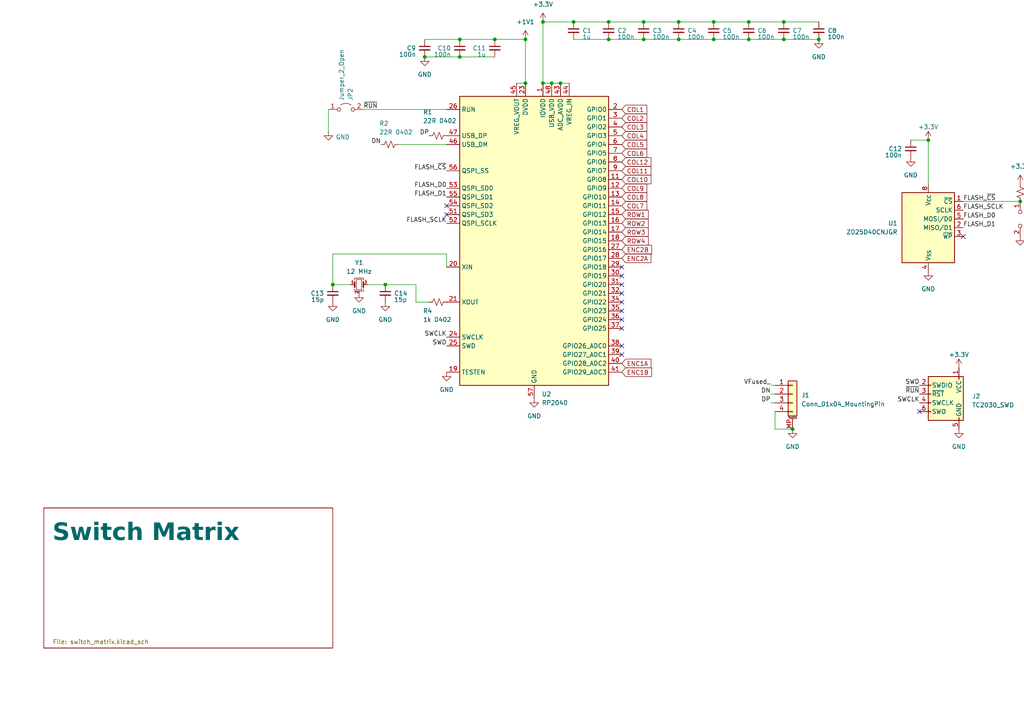
<source format=kicad_sch>
(kicad_sch (version 20230819) (generator eeschema)
  (paper "A4")
  (lib_symbols
    (symbol "+3.3V_1" (power) (pin_names (offset 0))
      (property "Value" "+3.3V" (at 0 3.556 0))
      (symbol "+3.3V_1_0_1"
        (polyline (pts (xy -0.762 1.27) (xy 0 2.54)))
        (polyline (pts (xy 0 0) (xy 0 2.54)))
        (polyline (pts (xy 0 2.54) (xy 0.762 1.27)))
      )
      (symbol "+3.3V_1_1_1"
        (pin power_in line (at 0 0 90) (length 0) hide (name "+3.3V") (number "1"))
      )
    )
    (symbol "Connector_Generic_MountingPin:Conn_01x04_MountingPin" (pin_names (offset 1.016) hide)
      (property "Reference" "J" (at 0 5.08 0))
      (property "Value" "Conn_01x04_MountingPin" (at 1.27 -7.62 0))
      (symbol "Conn_01x04_MountingPin_1_1"
        (rectangle (start -1.27 -4.953) (end 0 -5.207) (stroke (width 0.1524)))
        (rectangle (start -1.27 -2.413) (end 0 -2.667) (stroke (width 0.1524)))
        (rectangle (start -1.27 0.127) (end 0 -0.127) (stroke (width 0.1524)))
        (rectangle (start -1.27 2.667) (end 0 2.413) (stroke (width 0.1524)))
        (rectangle (start -1.27 3.81) (end 1.27 -6.35) (stroke (width 0.254)) (fill (type background)))
        (polyline (pts (xy -1.016 -7.112) (xy 1.016 -7.112)) (stroke (width 0.1524)))
        (text "Mounting" (at 0 -6.731 0) (effects (font (size 0.381 0.381))))
        (pin passive line (at -5.08 2.54 0) (length 3.81) (name "Pin_1") (number "1"))
        (pin passive line (at -5.08 0 0) (length 3.81) (name "Pin_2") (number "2"))
        (pin passive line (at -5.08 -2.54 0) (length 3.81) (name "Pin_3") (number "3"))
        (pin passive line (at -5.08 -5.08 0) (length 3.81) (name "Pin_4") (number "4"))
        (pin passive line (at 0 -10.16 90) (length 3.048) (name "MountPin") (number "MP"))
      )
    )
    (symbol "Device:C_Small" (pin_numbers hide) (pin_names (offset 0.254) hide)
      (property "Reference" "C" (at 0.254 1.778 0))
      (property "Value" "C_Small" (at 0.254 -2.032 0))
      (symbol "C_Small_0_1"
        (polyline (pts (xy -1.524 -0.508) (xy 1.524 -0.508)) (stroke (width 0.3302)))
        (polyline (pts (xy -1.524 0.508) (xy 1.524 0.508)) (stroke (width 0.3048)))
      )
      (symbol "C_Small_1_1"
        (pin passive line (at 0 2.54 270) (length 2.032) (name "~") (number "1"))
        (pin passive line (at 0 -2.54 90) (length 2.032) (name "~") (number "2"))
      )
    )
    (symbol "Device:R_Small_US" (pin_numbers hide) (pin_names (offset 0.254) hide)
      (property "Reference" "R" (at 0.762 0.508 0))
      (property "Value" "R_Small_US" (at 0.762 -1.016 0))
      (symbol "R_Small_US_1_1"
        (polyline (pts (xy 0 0) (xy 1.016 -0.381) (xy 0 -0.762) (xy -1.016 -1.143) (xy 0 -1.524)))
        (polyline (pts (xy 0 1.524) (xy 1.016 1.143) (xy 0 0.762) (xy -1.016 0.381) (xy 0 0)))
        (pin passive line (at 0 2.54 270) (length 1.016) (name "~") (number "1"))
        (pin passive line (at 0 -2.54 90) (length 1.016) (name "~") (number "2"))
      )
    )
    (symbol "EasyCrystal:Crystal_GND24_Small_EZ" (pin_names hide)
      (property "Reference" "Y" (at 0 7.62 0))
      (property "Value" "Crystal_GND24_Small_EZ" (at 0 5.08 0))
      (symbol "Crystal_GND24_Small_EZ_0_1"
        (rectangle (start -0.762 1.524) (end 0.762 -1.524))
        (polyline (pts (xy -1.27 -0.762) (xy -1.27 0.762)) (stroke (width 0.381)))
        (polyline (pts (xy 1.27 -0.762) (xy 1.27 0.762)) (stroke (width 0.381)))
        (polyline (pts (xy -1.27 -1.27) (xy -1.27 -1.905) (xy 1.27 -1.905) (xy 1.27 -1.27)))
        (polyline (pts (xy -1.27 1.27) (xy -1.27 1.905) (xy 1.27 1.905) (xy 1.27 1.27)))
      )
      (symbol "Crystal_GND24_Small_EZ_1_1"
        (pin passive line (at -2.54 0 0) (length 1.27) (name "1") (number "1"))
        (pin passive line (at 0 -2.54 90) (length 0.635) (name "2") (number "2"))
        (pin passive line (at 2.54 0 180) (length 1.27) (name "3") (number "3"))
        (pin passive line (at 0 -2.54 90) (length 0.635) hide (name "4") (number "4"))
      )
    )
    (symbol "Flash_NOR_SPI:ZD25D40CNJGR"
      (property "Reference" "U" (at -10.16 -10.16 0))
      (property "Value" "ZD25D40CNJGR" (at -10.16 -12.7 0))
      (symbol "ZD25D40CNJGR_0_1"
        (rectangle (start -7.62 10.16) (end 7.62 -10.16) (stroke (width 0.254)) (fill (type background)))
      )
      (symbol "ZD25D40CNJGR_1_1"
        (pin input line (at -10.16 7.62 0) (length 2.54) (name "~{CS}") (number "1"))
        (pin bidirectional line (at -10.16 0 0) (length 2.54) (name "MISO/D1") (number "2"))
        (pin input line (at -10.16 -2.54 0) (length 2.54) (name "~{WP}") (number "3"))
        (pin power_in line (at 0 -12.7 90) (length 2.54) (name "V_{SS}") (number "4"))
        (pin bidirectional line (at -10.16 2.54 0) (length 2.54) (name "MOSI/D0") (number "5"))
        (pin input line (at -10.16 5.08 0) (length 2.54) (name "SCLK") (number "6"))
        (pin no_connect line (at -5.08 -5.08 0) (length 2.54) hide (name "NC") (number "7"))
        (pin power_in line (at 0 12.7 270) (length 2.54) (name "V_{CC}") (number "8"))
        (pin power_in line (at 0 -12.7 90) (length 2.54) hide (name "PAD/V_{SS}") (number "9"))
      )
    )
    (symbol "Jumper:Jumper_2_Open" (pin_names (offset 0) hide)
      (property "Reference" "JP" (at 0 2.794 0))
      (property "Value" "Jumper_2_Open" (at 0 -2.286 0))
      (symbol "Jumper_2_Open_0_0"
        (circle (center -2.032 0) (radius 0.508))
        (circle (center 2.032 0) (radius 0.508))
      )
      (symbol "Jumper_2_Open_0_1"
        (arc (start 1.524 1.27) (mid 0 1.778) (end -1.524 1.27))
      )
      (symbol "Jumper_2_Open_1_1"
        (pin passive line (at -5.08 0 0) (length 2.54) (name "A") (number "1"))
        (pin passive line (at 5.08 0 180) (length 2.54) (name "B") (number "2"))
      )
    )
    (symbol "MCU_RaspberryPi:RP2040"
      (property "Reference" "U" (at 17.78 45.72 0))
      (property "Value" "RP2040" (at 17.78 43.18 0))
      (symbol "RP2040_0_1"
        (rectangle (start -21.59 41.91) (end 21.59 -41.91) (stroke (width 0.254)) (fill (type background)))
      )
      (symbol "RP2040_1_1"
        (pin power_in line (at 2.54 45.72 270) (length 3.81) (name "IOVDD") (number "1"))
        (pin passive line (at 2.54 45.72 270) (length 3.81) hide (name "IOVDD") (number "10"))
        (pin bidirectional line (at 25.4 17.78 180) (length 3.81) (name "GPIO8") (number "11"))
        (pin bidirectional line (at 25.4 15.24 180) (length 3.81) (name "GPIO9") (number "12"))
        (pin bidirectional line (at 25.4 12.7 180) (length 3.81) (name "GPIO10") (number "13"))
        (pin bidirectional line (at 25.4 10.16 180) (length 3.81) (name "GPIO11") (number "14"))
        (pin bidirectional line (at 25.4 7.62 180) (length 3.81) (name "GPIO12") (number "15"))
        (pin bidirectional line (at 25.4 5.08 180) (length 3.81) (name "GPIO13") (number "16"))
        (pin bidirectional line (at 25.4 2.54 180) (length 3.81) (name "GPIO14") (number "17"))
        (pin bidirectional line (at 25.4 0 180) (length 3.81) (name "GPIO15") (number "18"))
        (pin input line (at -25.4 -38.1 0) (length 3.81) (name "TESTEN") (number "19"))
        (pin bidirectional line (at 25.4 38.1 180) (length 3.81) (name "GPIO0") (number "2"))
        (pin input line (at -25.4 -7.62 0) (length 3.81) (name "XIN") (number "20"))
        (pin passive line (at -25.4 -17.78 0) (length 3.81) (name "XOUT") (number "21"))
        (pin passive line (at 2.54 45.72 270) (length 3.81) hide (name "IOVDD") (number "22"))
        (pin power_in line (at -2.54 45.72 270) (length 3.81) (name "DVDD") (number "23"))
        (pin input line (at -25.4 -27.94 0) (length 3.81) (name "SWCLK") (number "24"))
        (pin bidirectional line (at -25.4 -30.48 0) (length 3.81) (name "SWD") (number "25"))
        (pin input line (at -25.4 38.1 0) (length 3.81) (name "RUN") (number "26"))
        (pin bidirectional line (at 25.4 -2.54 180) (length 3.81) (name "GPIO16") (number "27"))
        (pin bidirectional line (at 25.4 -5.08 180) (length 3.81) (name "GPIO17") (number "28"))
        (pin bidirectional line (at 25.4 -7.62 180) (length 3.81) (name "GPIO18") (number "29"))
        (pin bidirectional line (at 25.4 35.56 180) (length 3.81) (name "GPIO1") (number "3"))
        (pin bidirectional line (at 25.4 -10.16 180) (length 3.81) (name "GPIO19") (number "30"))
        (pin bidirectional line (at 25.4 -12.7 180) (length 3.81) (name "GPIO20") (number "31"))
        (pin bidirectional line (at 25.4 -15.24 180) (length 3.81) (name "GPIO21") (number "32"))
        (pin passive line (at 2.54 45.72 270) (length 3.81) hide (name "IOVDD") (number "33"))
        (pin bidirectional line (at 25.4 -17.78 180) (length 3.81) (name "GPIO22") (number "34"))
        (pin bidirectional line (at 25.4 -20.32 180) (length 3.81) (name "GPIO23") (number "35"))
        (pin bidirectional line (at 25.4 -22.86 180) (length 3.81) (name "GPIO24") (number "36"))
        (pin bidirectional line (at 25.4 -25.4 180) (length 3.81) (name "GPIO25") (number "37"))
        (pin bidirectional line (at 25.4 -30.48 180) (length 3.81) (name "GPIO26_ADC0") (number "38"))
        (pin bidirectional line (at 25.4 -33.02 180) (length 3.81) (name "GPIO27_ADC1") (number "39"))
        (pin bidirectional line (at 25.4 33.02 180) (length 3.81) (name "GPIO2") (number "4"))
        (pin bidirectional line (at 25.4 -35.56 180) (length 3.81) (name "GPIO28_ADC2") (number "40"))
        (pin bidirectional line (at 25.4 -38.1 180) (length 3.81) (name "GPIO29_ADC3") (number "41"))
        (pin passive line (at 2.54 45.72 270) (length 3.81) hide (name "IOVDD") (number "42"))
        (pin power_in line (at 7.62 45.72 270) (length 3.81) (name "ADC_AVDD") (number "43"))
        (pin power_in line (at 10.16 45.72 270) (length 3.81) (name "VREG_IN") (number "44"))
        (pin power_out line (at -5.08 45.72 270) (length 3.81) (name "VREG_VOUT") (number "45"))
        (pin bidirectional line (at -25.4 27.94 0) (length 3.81) (name "USB_DM") (number "46"))
        (pin bidirectional line (at -25.4 30.48 0) (length 3.81) (name "USB_DP") (number "47"))
        (pin power_in line (at 5.08 45.72 270) (length 3.81) (name "USB_VDD") (number "48"))
        (pin passive line (at 2.54 45.72 270) (length 3.81) hide (name "IOVDD") (number "49"))
        (pin bidirectional line (at 25.4 30.48 180) (length 3.81) (name "GPIO3") (number "5"))
        (pin passive line (at -2.54 45.72 270) (length 3.81) hide (name "DVDD") (number "50"))
        (pin bidirectional line (at -25.4 7.62 0) (length 3.81) (name "QSPI_SD3") (number "51"))
        (pin output line (at -25.4 5.08 0) (length 3.81) (name "QSPI_SCLK") (number "52"))
        (pin bidirectional line (at -25.4 15.24 0) (length 3.81) (name "QSPI_SD0") (number "53"))
        (pin bidirectional line (at -25.4 10.16 0) (length 3.81) (name "QSPI_SD2") (number "54"))
        (pin bidirectional line (at -25.4 12.7 0) (length 3.81) (name "QSPI_SD1") (number "55"))
        (pin bidirectional line (at -25.4 20.32 0) (length 3.81) (name "QSPI_SS") (number "56"))
        (pin power_in line (at 0 -45.72 90) (length 3.81) (name "GND") (number "57"))
        (pin bidirectional line (at 25.4 27.94 180) (length 3.81) (name "GPIO4") (number "6"))
        (pin bidirectional line (at 25.4 25.4 180) (length 3.81) (name "GPIO5") (number "7"))
        (pin bidirectional line (at 25.4 22.86 180) (length 3.81) (name "GPIO6") (number "8"))
        (pin bidirectional line (at 25.4 20.32 180) (length 3.81) (name "GPIO7") (number "9"))
      )
    )
    (symbol "PCM_marbastlib-various:TC2030_SWD" (pin_names (offset 1.016))
      (property "Reference" "J" (at -3.81 -6.35 0))
      (property "Value" "TC2030_SWD" (at -10.16 8.89 0))
      (symbol "TC2030_SWD_0_1"
        (rectangle (start -3.81 7.62) (end 6.35 -5.08) (stroke (width 0.254)) (fill (type background)))
        (rectangle (start -3.048 -2.667) (end -3.81 -2.413))
        (rectangle (start -3.048 -0.127) (end -3.81 0.127))
        (rectangle (start -3.048 2.413) (end -3.81 2.667))
        (rectangle (start -3.048 4.953) (end -3.81 5.207))
        (rectangle (start 4.953 -5.08) (end 5.207 -4.318))
        (rectangle (start 4.953 6.858) (end 5.207 7.62))
      )
      (symbol "TC2030_SWD_1_1"
        (pin passive line (at 5.08 10.16 270) (length 2.54) (name "VCC") (number "1"))
        (pin passive line (at -6.35 5.08 0) (length 2.54) (name "SWDIO") (number "2"))
        (pin passive line (at -6.35 2.54 0) (length 2.54) (name "~{RST}") (number "3"))
        (pin passive line (at -6.35 0 0) (length 2.54) (name "SWCLK") (number "4"))
        (pin passive line (at 5.08 -7.62 90) (length 2.54) (name "GND") (number "5"))
        (pin passive line (at -6.35 -2.54 0) (length 2.54) (name "SWO") (number "6"))
      )
    )
    (symbol "Regulator_Linear:AP2127N3-1.2" (pin_names (offset 0.254))
      (property "Reference" "U" (at -3.81 3.175 0))
      (property "Value" "AP2127N3-1.2" (at 0 3.175 0))
      (symbol "AP2127N3-1.2_0_1"
        (rectangle (start -5.08 1.905) (end 5.08 -5.08) (stroke (width 0.254)) (fill (type background)))
      )
      (symbol "AP2127N3-1.2_1_1"
        (pin power_in line (at 0 -7.62 90) (length 2.54) (name "GND") (number "1"))
        (pin power_out line (at 7.62 0 180) (length 2.54) (name "VO") (number "2"))
        (pin power_in line (at -7.62 0 0) (length 2.54) (name "VI") (number "3"))
      )
    )
    (symbol "power:+1V1" (power) (pin_names (offset 0))
      (property "Value" "+1V1" (at 0 3.556 0))
      (symbol "+1V1_0_1"
        (polyline (pts (xy -0.762 1.27) (xy 0 2.54)))
        (polyline (pts (xy 0 0) (xy 0 2.54)))
        (polyline (pts (xy 0 2.54) (xy 0.762 1.27)))
      )
      (symbol "+1V1_1_1"
        (pin power_in line (at 0 0 90) (length 0) hide (name "+1V1") (number "1"))
      )
    )
    (symbol "power:+3.3V" (power) (pin_names (offset 0))
      (property "Value" "+3.3V" (at 0 3.556 0))
      (symbol "+3.3V_0_1"
        (polyline (pts (xy -0.762 1.27) (xy 0 2.54)))
        (polyline (pts (xy 0 0) (xy 0 2.54)))
        (polyline (pts (xy 0 2.54) (xy 0.762 1.27)))
      )
      (symbol "+3.3V_1_1"
        (pin power_in line (at 0 0 90) (length 0) hide (name "+3.3V") (number "1"))
      )
    )
    (symbol "power:GND" (power) (pin_names (offset 0))
      (property "Value" "GND" (at 0 -3.81 0))
      (symbol "GND_0_1"
        (polyline (pts (xy 0 0) (xy 0 -1.27) (xy 1.27 -1.27) (xy 0 -2.54) (xy -1.27 -1.27) (xy 0 -1.27)))
      )
      (symbol "GND_1_1"
        (pin power_in line (at 0 0 270) (length 0) hide (name "GND") (number "1"))
      )
    )
  )
  (junction (at 111.76 82.55))
  (junction (at 207.01 6.35))
  (junction (at 237.49 11.43))
  (junction (at 207.01 11.43))
  (junction (at 152.4 11.43))
  (junction (at 162.56 24.13))
  (junction (at 176.53 6.35))
  (junction (at 186.69 6.35))
  (junction (at 269.24 40.64))
  (junction (at 133.35 11.43))
  (junction (at 217.17 6.35))
  (junction (at 196.85 6.35))
  (junction (at 176.53 11.43))
  (junction (at 227.33 6.35))
  (junction (at 143.51 11.43))
  (junction (at 152.4 24.13))
  (junction (at 295.91 58.42))
  (junction (at 330.2 115.57))
  (junction (at 96.52 82.55))
  (junction (at 229.87 124.46))
  (junction (at 186.69 11.43))
  (junction (at 196.85 11.43))
  (junction (at 157.48 6.35))
  (junction (at 166.37 6.35))
  (junction (at 133.35 16.51))
  (junction (at 217.17 11.43))
  (junction (at 227.33 11.43))
  (junction (at 160.02 24.13))
  (junction (at 157.48 24.13))
  (junction (at 123.19 16.51))
  (junction (at 322.58 123.19))
  (no_connect (at 129.54 59.69))
  (no_connect (at 279.4 68.58))
  (no_connect (at 129.54 62.23))
  (no_connect (at 266.7 119.38))
  (no_connect (at 180.34 82.55))
  (no_connect (at 180.34 102.87))
  (no_connect (at 180.34 87.63))
  (no_connect (at 180.34 85.09))
  (no_connect (at 180.34 90.17))
  (no_connect (at 180.34 77.47))
  (no_connect (at 180.34 95.25))
  (no_connect (at 180.34 80.01))
  (no_connect (at 180.34 100.33))
  (no_connect (at 180.34 92.71))
  (wire (pts (xy 152.4 11.43) (xy 152.4 24.13)))
  (wire (pts (xy 224.79 124.46) (xy 229.87 124.46)))
  (wire (pts (xy 152.4 24.13) (xy 149.86 24.13)))
  (wire (pts (xy 129.54 73.66) (xy 129.54 77.47)))
  (wire (pts (xy 120.65 82.55) (xy 120.65 87.63)))
  (wire (pts (xy 106.68 82.55) (xy 111.76 82.55)))
  (wire (pts (xy 224.79 116.84) (xy 223.52 116.84)))
  (wire (pts (xy 224.79 119.38) (xy 224.79 124.46)))
  (wire (pts (xy 101.6 82.55) (xy 96.52 82.55)))
  (wire (pts (xy 196.85 6.35) (xy 186.69 6.35)))
  (wire (pts (xy 120.65 87.63) (xy 124.46 87.63)))
  (wire (pts (xy 227.33 6.35) (xy 217.17 6.35)))
  (wire (pts (xy 322.58 123.19) (xy 330.2 123.19)))
  (wire (pts (xy 227.33 11.43) (xy 237.49 11.43)))
  (wire (pts (xy 186.69 6.35) (xy 176.53 6.35)))
  (wire (pts (xy 176.53 6.35) (xy 166.37 6.35)))
  (wire (pts (xy 143.51 11.43) (xy 152.4 11.43)))
  (wire (pts (xy 217.17 6.35) (xy 207.01 6.35)))
  (wire (pts (xy 105.41 31.75) (xy 129.54 31.75)))
  (wire (pts (xy 207.01 6.35) (xy 196.85 6.35)))
  (wire (pts (xy 133.35 16.51) (xy 143.51 16.51)))
  (wire (pts (xy 330.2 123.19) (xy 330.2 120.65)))
  (wire (pts (xy 279.4 58.42) (xy 295.91 58.42)))
  (wire (pts (xy 133.35 11.43) (xy 143.51 11.43)))
  (wire (pts (xy 176.53 11.43) (xy 186.69 11.43)))
  (wire (pts (xy 264.16 40.64) (xy 269.24 40.64)))
  (wire (pts (xy 96.52 73.66) (xy 129.54 73.66)))
  (wire (pts (xy 196.85 11.43) (xy 207.01 11.43)))
  (wire (pts (xy 157.48 6.35) (xy 166.37 6.35)))
  (wire (pts (xy 95.25 31.75) (xy 95.25 38.1)))
  (wire (pts (xy 157.48 24.13) (xy 160.02 24.13)))
  (wire (pts (xy 217.17 11.43) (xy 227.33 11.43)))
  (wire (pts (xy 314.96 123.19) (xy 322.58 123.19)))
  (wire (pts (xy 166.37 11.43) (xy 176.53 11.43)))
  (wire (pts (xy 111.76 82.55) (xy 120.65 82.55)))
  (wire (pts (xy 115.57 41.91) (xy 129.54 41.91)))
  (wire (pts (xy 269.24 40.64) (xy 269.24 53.34)))
  (wire (pts (xy 157.48 6.35) (xy 157.48 24.13)))
  (wire (pts (xy 224.79 114.3) (xy 223.52 114.3)))
  (wire (pts (xy 160.02 24.13) (xy 162.56 24.13)))
  (wire (pts (xy 123.19 11.43) (xy 133.35 11.43)))
  (wire (pts (xy 162.56 24.13) (xy 165.1 24.13)))
  (wire (pts (xy 207.01 11.43) (xy 217.17 11.43)))
  (wire (pts (xy 237.49 6.35) (xy 227.33 6.35)))
  (wire (pts (xy 123.19 16.51) (xy 133.35 16.51)))
  (wire (pts (xy 96.52 82.55) (xy 96.52 73.66)))
  (wire (pts (xy 330.2 115.57) (xy 335.28 115.57)))
  (wire (pts (xy 314.96 120.65) (xy 314.96 123.19)))
  (wire (pts (xy 223.52 111.76) (xy 224.79 111.76)))
  (wire (pts (xy 186.69 11.43) (xy 196.85 11.43)))
  (label "FLASH_~{CS}" (at 279.4 58.42 0))
  (label "SWD" (at 266.7 111.76 180))
  (label "SWD" (at 129.54 100.33 180))
  (label "DN" (at 110.49 41.91 180))
  (label "FLASH_D0" (at 129.54 54.61 180))
  (label "DP" (at 223.52 116.84 180))
  (label "FLASH_SCLK" (at 129.54 64.77 180))
  (label "VFused_" (at 223.52 111.76 180))
  (label "FLASH_D1" (at 279.4 66.04 0))
  (label "~{RUN}" (at 266.7 114.3 180))
  (label "FLASH_D0" (at 279.4 63.5 0))
  (label "VFused_" (at 314.96 115.57 180))
  (label "DN" (at 223.52 114.3 180))
  (label "DP" (at 124.46 39.37 180))
  (label "SWCLK" (at 129.54 97.79 180))
  (label "FLASH_SCLK" (at 279.4 60.96 0))
  (label "~{RUN}" (at 105.41 31.75 0))
  (label "SWCLK" (at 266.7 116.84 180))
  (label "FLASH_~{CS}" (at 129.54 49.53 180))
  (label "FLASH_D1" (at 129.54 57.15 180))
  (global_label "COL12" (shape input) (at 180.34 46.99 0) (property "Intersheetrefs" "${INTERSHEET_REFS}" (effects hide)))
  (global_label "ROW2" (shape input) (at 180.34 64.77 0) (property "Intersheetrefs" "${INTERSHEET_REFS}" (effects hide)))
  (global_label "COL7" (shape input) (at 180.34 59.69 0) (property "Intersheetrefs" "${INTERSHEET_REFS}" (effects hide)))
  (global_label "ENC2B" (shape input) (at 180.34 72.39 0) (property "Intersheetrefs" "${INTERSHEET_REFS}" (effects hide)))
  (global_label "ENC1A" (shape input) (at 180.34 105.41 0) (property "Intersheetrefs" "${INTERSHEET_REFS}" (effects hide)))
  (global_label "COL3" (shape input) (at 180.34 36.83 0) (property "Intersheetrefs" "${INTERSHEET_REFS}" (effects hide)))
  (global_label "COL4" (shape input) (at 180.34 39.37 0) (property "Intersheetrefs" "${INTERSHEET_REFS}" (effects hide)))
  (global_label "COL6" (shape input) (at 180.34 44.45 0) (property "Intersheetrefs" "${INTERSHEET_REFS}" (effects hide)))
  (global_label "ENC1B" (shape input) (at 180.34 107.95 0) (property "Intersheetrefs" "${INTERSHEET_REFS}" (effects hide)))
  (global_label "ROW1" (shape input) (at 180.34 62.23 0) (property "Intersheetrefs" "${INTERSHEET_REFS}" (effects hide)))
  (global_label "COL2" (shape input) (at 180.34 34.29 0) (property "Intersheetrefs" "${INTERSHEET_REFS}" (effects hide)))
  (global_label "COL9" (shape input) (at 180.34 54.61 0) (property "Intersheetrefs" "${INTERSHEET_REFS}" (effects hide)))
  (global_label "ENC2A" (shape input) (at 180.34 74.93 0) (property "Intersheetrefs" "${INTERSHEET_REFS}" (effects hide)))
  (global_label "COL5" (shape input) (at 180.34 41.91 0) (property "Intersheetrefs" "${INTERSHEET_REFS}" (effects hide)))
  (global_label "COL11" (shape input) (at 180.34 49.53 0) (property "Intersheetrefs" "${INTERSHEET_REFS}" (effects hide)))
  (global_label "COL8" (shape input) (at 180.34 57.15 0) (property "Intersheetrefs" "${INTERSHEET_REFS}" (effects hide)))
  (global_label "COL1" (shape input) (at 180.34 31.75 0) (property "Intersheetrefs" "${INTERSHEET_REFS}" (effects hide)))
  (global_label "ROW4" (shape input) (at 180.34 69.85 0) (property "Intersheetrefs" "${INTERSHEET_REFS}" (effects hide)))
  (global_label "ROW3" (shape input) (at 180.34 67.31 0) (property "Intersheetrefs" "${INTERSHEET_REFS}" (effects hide)))
  (global_label "COL10" (shape input) (at 180.34 52.07 0) (property "Intersheetrefs" "${INTERSHEET_REFS}" (effects hide)))
  (symbol (lib_id "power:GND") (at 237.49 11.43 0) (unit 1)
    (property "Reference" "#PWR03" (effects hide))
    (property "Value" "GND" (at 237.49 16.51 0))
  )
  (symbol (lib_id "Device:C_Small") (at 143.51 13.97 0) (mirror y) (unit 1)
    (property "Reference" "C11" (at 140.97 13.97 0) (effects (justify left)))
    (property "Value" "1u" (at 141.0043 15.7973 0) (effects (justify left)))
    (property "Footprint" "Capacitor_SMD:C_0402_1005Metric" (effects hide))
    (property "LCSC" "C318573" (effects hide))
  )
  (symbol (lib_id "Device:C_Small") (at 176.53 8.89 0) (unit 1)
    (property "Reference" "C2" (at 179.07 8.89 0) (effects (justify left)))
    (property "Value" "100n" (at 179.0357 10.7173 0) (effects (justify left)))
    (property "Footprint" "Capacitor_SMD:C_0402_1005Metric" (effects hide))
    (property "LCSC" "C110251" (effects hide))
  )
  (symbol (lib_id "power:+3.3V") (at 295.91 53.34 0) (unit 1)
    (property "Reference" "#PWR08" (effects hide))
    (property "Value" "+3.3V" (at 295.91 48.26 0))
  )
  (symbol (lib_name "+3.3V_1") (lib_id "power:+3.3V") (at 157.48 6.35 0) (unit 1)
    (property "Reference" "#PWR01" (effects hide))
    (property "Value" "+3.3V" (at 157.48 1.27 0))
    (property "Description" "Power symbol creates a global label with name \"+3.3V\"" (effects hide))
  )
  (symbol (lib_id "Device:C_Small") (at 166.37 8.89 0) (unit 1)
    (property "Reference" "C1" (at 168.91 8.89 0) (effects (justify left)))
    (property "Value" "1u" (at 168.8757 10.7173 0) (effects (justify left)))
    (property "Footprint" "Capacitor_SMD:C_0402_1005Metric" (effects hide))
    (property "LCSC" "C318573" (effects hide))
  )
  (symbol (lib_id "power:GND") (at 322.58 123.19 0) (unit 1)
    (property "Reference" "#PWR019" (effects hide))
    (property "Value" "GND" (at 322.58 128.27 0))
  )
  (symbol (lib_id "Device:R_Small_US") (at 127 87.63 90) (unit 1)
    (property "Reference" "R4" (at 122.682 90.17 90) (effects (justify right)))
    (property "Value" "1k 0402" (at 122.682 92.71 90) (effects (justify right)))
    (property "Footprint" "Resistor_SMD:R_0402_1005Metric" (effects hide))
    (property "LCSC" "C11702" (effects hide))
  )
  (symbol (lib_id "power:+3.3V") (at 278.13 106.68 0) (unit 1)
    (property "Reference" "#PWR014" (effects hide))
    (property "Value" "+3.3V" (at 278.13 102.87 0))
  )
  (symbol (lib_id "Jumper:Jumper_2_Open") (at 295.91 63.5 270) (unit 1) (in_bom no)
    (property "Reference" "JP1" (at 298.45 64.77 90) (effects (justify left)))
    (property "Value" "Jumper_2_Open" (at 298.45 62.23 90) (effects (justify left)))
    (property "Footprint" "Connector_PinHeader_1.27mm:PinHeader_1x02_P1.27mm_Vertical" (effects hide))
  )
  (symbol (lib_id "power:GND") (at 269.24 78.74 0) (unit 1)
    (property "Reference" "#PWR010" (effects hide))
    (property "Value" "GND" (at 269.24 83.82 0))
  )
  (symbol (lib_id "power:GND") (at 96.52 87.63 0) (unit 1)
    (property "Reference" "#PWR012" (effects hide))
    (property "Value" "GND" (at 96.52 92.71 0))
  )
  (symbol (lib_id "Device:R_Small_US") (at 127 39.37 270) (unit 1)
    (property "Reference" "R1" (at 122.682 32.512 90) (effects (justify left)))
    (property "Value" "22R 0402" (at 122.682 35.052 90) (effects (justify left)))
    (property "Footprint" "Resistor_SMD:R_0402_1005Metric" (effects hide))
    (property "LCSC" "C25092" (effects hide))
  )
  (symbol (lib_id "power:GND") (at 229.87 124.46 0) (unit 1)
    (property "Reference" "#PWR020" (effects hide))
    (property "Value" "GND" (at 229.87 129.54 0))
  )
  (symbol (lib_id "power:GND") (at 129.54 107.95 0) (unit 1)
    (property "Reference" "#PWR015" (effects hide))
    (property "Value" "GND" (at 129.54 113.03 0))
  )
  (symbol (lib_id "Device:C_Small") (at 133.35 13.97 0) (mirror y) (unit 1)
    (property "Reference" "C10" (at 130.81 13.97 0) (effects (justify left)))
    (property "Value" "100n" (at 130.8443 15.7973 0) (effects (justify left)))
    (property "Footprint" "Capacitor_SMD:C_0402_1005Metric" (effects hide))
    (property "LCSC" "C110251" (effects hide))
  )
  (symbol (lib_id "Device:C_Small") (at 207.01 8.89 0) (unit 1)
    (property "Reference" "C5" (at 209.55 8.89 0) (effects (justify left)))
    (property "Value" "100n" (at 209.5157 10.7173 0) (effects (justify left)))
    (property "Footprint" "Capacitor_SMD:C_0402_1005Metric" (effects hide))
    (property "LCSC" "C110251" (effects hide))
  )
  (symbol (lib_id "Device:C_Small") (at 227.33 8.89 0) (unit 1)
    (property "Reference" "C7" (at 229.87 8.89 0) (effects (justify left)))
    (property "Value" "100n" (at 229.8357 10.7173 0) (effects (justify left)))
    (property "Footprint" "Capacitor_SMD:C_0402_1005Metric" (effects hide))
    (property "LCSC" "C110251" (effects hide))
  )
  (symbol (lib_id "power:GND") (at 264.16 45.72 0) (unit 1)
    (property "Reference" "#PWR07" (effects hide))
    (property "Value" "GND" (at 264.16 50.8 0))
  )
  (symbol (lib_id "Device:C_Small") (at 217.17 8.89 0) (unit 1)
    (property "Reference" "C6" (at 219.71 8.89 0) (effects (justify left)))
    (property "Value" "100n" (at 219.6757 10.7173 0) (effects (justify left)))
    (property "Footprint" "Capacitor_SMD:C_0402_1005Metric" (effects hide))
    (property "LCSC" "C110251" (effects hide))
  )
  (symbol (lib_id "Connector_Generic_MountingPin:Conn_01x04_MountingPin") (at 229.87 114.3 0) (unit 1)
    (property "Reference" "J1" (at 232.41 114.6556 0) (effects (justify left)))
    (property "Value" "Conn_01x04_MountingPin" (at 232.41 117.1956 0) (effects (justify left)))
    (property "Footprint" "Connector_JST:JST_SH_SM04B-SRSS-TB_1x04-1MP_P1.00mm_Horizontal" (effects hide))
    (property "LCSC" "C160404" (effects hide))
  )
  (symbol (lib_id "Device:C_Small") (at 123.19 13.97 0) (mirror y) (unit 1)
    (property "Reference" "C9" (at 120.65 13.97 0) (effects (justify left)))
    (property "Value" "100n" (at 120.6843 15.7973 0) (effects (justify left)))
    (property "Footprint" "Capacitor_SMD:C_0402_1005Metric" (effects hide))
    (property "LCSC" "C110251" (effects hide))
  )
  (symbol (lib_id "power:GND") (at 123.19 16.51 0) (unit 1)
    (property "Reference" "#PWR04" (effects hide))
    (property "Value" "GND" (at 123.19 21.59 0))
  )
  (symbol (lib_id "Flash_NOR_SPI:ZD25D40CNJGR") (at 269.24 66.04 0) (mirror y) (unit 1)
    (property "Reference" "U1" (at 260.35 64.7699 0) (effects (justify left)))
    (property "Value" "ZD25D40CNJGR" (at 260.35 67.3099 0) (effects (justify left)))
    (property "Footprint" "USON8:USON-8_1.5x1.5mm_P0.45mm" (effects hide))
    (property "LCSC" "C2875855" (effects hide))
  )
  (symbol (lib_id "PCM_marbastlib-various:TC2030_SWD") (at 273.05 116.84 0) (unit 1)
    (property "Reference" "J2" (at 281.94 114.935 0) (effects (justify left)))
    (property "Value" "TC2030_SWD" (at 281.94 117.475 0) (effects (justify left)))
    (property "Footprint" "PCM_marbastlib-various:CON_TC2030_outlined" (effects hide))
    (property "Datasheet" " ~" (effects hide))
  )
  (symbol (lib_id "Device:C_Small") (at 237.49 8.89 0) (unit 1)
    (property "Reference" "C8" (at 240.03 8.89 0) (effects (justify left)))
    (property "Value" "100n" (at 239.9957 10.7173 0) (effects (justify left)))
    (property "Footprint" "Capacitor_SMD:C_0402_1005Metric" (effects hide))
    (property "LCSC" "C110251" (effects hide))
  )
  (symbol (lib_id "Device:R_Small_US") (at 295.91 55.88 180) (unit 1)
    (property "Reference" "R3" (at 298.45 57.15 0) (effects (justify right)))
    (property "Value" "100k" (at 298.45 54.61 0) (effects (justify right)))
    (property "Footprint" "Resistor_SMD:R_0402_1005Metric" (effects hide))
    (property "LCSC" "C106234" (effects hide))
  )
  (symbol (lib_id "Device:C_Small") (at 186.69 8.89 0) (unit 1)
    (property "Reference" "C3" (at 189.23 8.89 0) (effects (justify left)))
    (property "Value" "100n" (at 189.1957 10.7173 0) (effects (justify left)))
    (property "Footprint" "Capacitor_SMD:C_0402_1005Metric" (effects hide))
    (property "LCSC" "C110251" (effects hide))
  )
  (symbol (lib_id "Device:C_Small") (at 314.96 118.11 0) (mirror y) (unit 1)
    (property "Reference" "C15" (at 309.88 118.11 0) (effects (justify right)))
    (property "Value" "1u" (at 309.88 120.65 0) (effects (justify right)))
    (property "Footprint" "Capacitor_SMD:C_0402_1005Metric" (effects hide))
    (property "LCSC" "C318573" (effects hide))
  )
  (symbol (lib_id "power:GND") (at 295.91 68.58 0) (unit 1)
    (property "Reference" "#PWR09" (effects hide))
    (property "Value" "GND" (at 300.0697 70.2243 0))
  )
  (symbol (lib_id "power:GND") (at 154.94 115.57 0) (unit 1)
    (property "Reference" "#PWR016" (effects hide))
    (property "Value" "GND" (at 154.94 120.65 0))
  )
  (symbol (lib_id "power:+3.3V") (at 335.28 115.57 0) (unit 1)
    (property "Reference" "#PWR017" (effects hide))
    (property "Value" "+3.3V" (at 335.28 111.76 0))
  )
  (symbol (lib_id "power:GND") (at 111.76 87.63 0) (unit 1)
    (property "Reference" "#PWR013" (effects hide))
    (property "Value" "GND" (at 111.76 92.71 0))
  )
  (symbol (lib_id "Device:C_Small") (at 111.76 85.09 0) (unit 1)
    (property "Reference" "C14" (at 114.3 85.09 0) (effects (justify left)))
    (property "Value" "15p" (at 114.2657 86.9173 0) (effects (justify left)))
    (property "Footprint" "Capacitor_SMD:C_0402_1005Metric" (effects hide))
    (property "LCSC" "C106997" (effects hide))
  )
  (symbol (lib_id "Regulator_Linear:AP2127N3-1.2") (at 322.58 115.57 0) (unit 1)
    (property "Reference" "U3" (at 322.58 109.22 0))
    (property "Value" "3.3V Fixed Regulator" (at 322.58 111.76 0))
    (property "Footprint" "Package_TO_SOT_SMD:TSOT-23" (effects hide))
    (property "Datasheet" "https://www.diodes.com/assets/Datasheets/AP2127.pdf" (effects hide))
    (property "LCSC" "C150715" (effects hide))
  )
  (symbol (lib_id "Device:C_Small") (at 96.52 85.09 0) (mirror y) (unit 1)
    (property "Reference" "C13" (at 93.98 85.09 0) (effects (justify left)))
    (property "Value" "15p" (at 94.0143 86.9173 0) (effects (justify left)))
    (property "Footprint" "Capacitor_SMD:C_0402_1005Metric" (effects hide))
    (property "LCSC" "C106997" (effects hide))
  )
  (symbol (lib_id "power:GND") (at 104.14 85.09 0) (unit 1)
    (property "Reference" "#PWR011" (effects hide))
    (property "Value" "GND" (at 104.14 90.17 0))
  )
  (symbol (lib_id "Device:C_Small") (at 196.85 8.89 0) (unit 1)
    (property "Reference" "C4" (at 199.39 8.89 0) (effects (justify left)))
    (property "Value" "100n" (at 199.3557 10.7173 0) (effects (justify left)))
    (property "Footprint" "Capacitor_SMD:C_0402_1005Metric" (effects hide))
    (property "LCSC" "C110251" (effects hide))
  )
  (symbol (lib_id "power:GND") (at 95.25 38.1 0) (unit 1)
    (property "Reference" "#PWR05" (effects hide))
    (property "Value" "GND" (at 99.4097 39.7443 0))
  )
  (symbol (lib_id "power:+1V1") (at 152.4 11.43 0) (unit 1)
    (property "Reference" "#PWR02" (effects hide))
    (property "Value" "+1V1" (at 152.4 6.35 0))
    (property "Description" "Power symbol creates a global label with name \"+1V1\"" (effects hide))
  )
  (symbol (lib_id "Jumper:Jumper_2_Open") (at 100.33 31.75 0) (unit 1) (in_bom no)
    (property "Reference" "JP2" (at 101.6 29.21 90) (effects (justify left)))
    (property "Value" "Jumper_2_Open" (at 99.06 29.21 90) (effects (justify left)))
    (property "Footprint" "Connector_PinHeader_1.27mm:PinHeader_1x02_P1.27mm_Vertical" (effects hide))
  )
  (symbol (lib_id "power:GND") (at 278.13 124.46 0) (unit 1)
    (property "Reference" "#PWR022" (effects hide))
    (property "Value" "GND" (at 278.13 129.54 0))
  )
  (symbol (lib_id "Device:C_Small") (at 330.2 118.11 0) (unit 1)
    (property "Reference" "C16" (at 332.74 118.11 0) (effects (justify left)))
    (property "Value" "1u" (at 332.74 120.65 0) (effects (justify left)))
    (property "Footprint" "Capacitor_SMD:C_0402_1005Metric" (effects hide))
    (property "LCSC" "C318573" (effects hide))
  )
  (symbol (lib_id "MCU_RaspberryPi:RP2040") (at 154.94 69.85 0) (unit 1)
    (property "Reference" "U2" (at 157.1341 114.3 0) (effects (justify left)))
    (property "Value" "RP2040" (at 157.1341 116.84 0) (effects (justify left)))
    (property "Footprint" "Package_DFN_QFN:QFN-56-1EP_7x7mm_P0.4mm_EP3.2x3.2mm" (effects hide))
    (property "Datasheet" "https://datasheets.raspberrypi.com/rp2040/rp2040-datasheet.pdf" (effects hide))
    (property "Description" "A microcontroller by Raspberry Pi" (effects hide))
    (property "LCSC" "C2040" (effects hide))
  )
  (symbol (lib_id "EasyCrystal:Crystal_GND24_Small_EZ") (at 104.14 82.55 0) (unit 1)
    (property "Reference" "Y1" (at 104.14 76.2 0))
    (property "Value" "12 MHz" (at 104.14 78.74 0))
    (property "Footprint" "Crystal:Crystal_SMD_2520-4Pin_2.5x2.0mm" (effects hide))
    (property "LCSC" "C2929403" (effects hide))
  )
  (symbol (lib_id "Device:C_Small") (at 264.16 43.18 0) (mirror y) (unit 1)
    (property "Reference" "C12" (at 261.62 43.18 0) (effects (justify left)))
    (property "Value" "100n" (at 261.6543 45.0073 0) (effects (justify left)))
    (property "Footprint" "Capacitor_SMD:C_0402_1005Metric" (effects hide))
    (property "LCSC" "C110251" (effects hide))
  )
  (symbol (lib_id "Device:R_Small_US") (at 113.03 41.91 270) (unit 1)
    (property "Reference" "R2" (at 109.982 35.814 90) (effects (justify left)))
    (property "Value" "22R 0402" (at 109.982 38.354 90) (effects (justify left)))
    (property "Footprint" "Resistor_SMD:R_0402_1005Metric" (effects hide))
    (property "LCSC" "C25092" (effects hide))
  )
  (symbol (lib_id "power:+3.3V") (at 269.24 40.64 0) (unit 1)
    (property "Reference" "#PWR06" (effects hide))
    (property "Value" "+3.3V" (at 269.24 36.83 0))
  )
  (sheet (at 12.7 147.32) (size 83.82 40.64) (stroke (width 0.1524))
    (property "Sheetname" "Switch Matrix" (at 15.24 157.48 0) (effects (font (size 5 5) bold) (justify left bottom)))
    (property "Sheetfile" "switch_matrix.kicad_sch" (at 15.24 185.42 0) (effects (justify left top)))
  )
)
</source>
